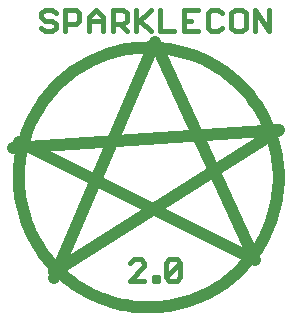
<source format=gto>
G75*
%MOIN*%
%OFA0B0*%
%FSLAX24Y24*%
%IPPOS*%
%LPD*%
%AMOC8*
5,1,8,0,0,1.08239X$1,22.5*
%
%ADD10C,0.0150*%
%ADD11C,0.0400*%
D10*
X004643Y007459D02*
X005116Y007933D01*
X005116Y008051D01*
X004998Y008170D01*
X004761Y008170D01*
X004643Y008051D01*
X004643Y007459D02*
X005116Y007459D01*
X005435Y007459D02*
X005553Y007459D01*
X005553Y007577D01*
X005435Y007577D01*
X005435Y007459D01*
X005830Y007577D02*
X006304Y008051D01*
X006304Y007577D01*
X006186Y007459D01*
X005949Y007459D01*
X005830Y007577D01*
X005830Y008051D01*
X005949Y008170D01*
X006186Y008170D01*
X006304Y008051D01*
X006431Y015774D02*
X006904Y015774D01*
X006668Y016129D02*
X006431Y016129D01*
X006431Y016484D02*
X006431Y015774D01*
X006113Y015774D02*
X005639Y015774D01*
X005639Y016484D01*
X005321Y016484D02*
X004847Y016011D01*
X004965Y016129D02*
X005321Y015774D01*
X004847Y015774D02*
X004847Y016484D01*
X004529Y016366D02*
X004529Y016129D01*
X004410Y016011D01*
X004055Y016011D01*
X004292Y016011D02*
X004529Y015774D01*
X004529Y016366D02*
X004410Y016484D01*
X004055Y016484D01*
X004055Y015774D01*
X003737Y015774D02*
X003737Y016248D01*
X003500Y016484D01*
X003263Y016248D01*
X003263Y015774D01*
X003263Y016129D02*
X003737Y016129D01*
X002945Y016129D02*
X002827Y016011D01*
X002471Y016011D01*
X002471Y015774D02*
X002471Y016484D01*
X002827Y016484D01*
X002945Y016366D01*
X002945Y016129D01*
X002153Y016011D02*
X002153Y015892D01*
X002035Y015774D01*
X001798Y015774D01*
X001679Y015892D01*
X001798Y016129D02*
X002035Y016129D01*
X002153Y016011D01*
X002153Y016366D02*
X002035Y016484D01*
X001798Y016484D01*
X001679Y016366D01*
X001679Y016248D01*
X001798Y016129D01*
X006431Y016484D02*
X006904Y016484D01*
X007223Y016366D02*
X007223Y015892D01*
X007341Y015774D01*
X007578Y015774D01*
X007696Y015892D01*
X007696Y016366D02*
X007578Y016484D01*
X007341Y016484D01*
X007223Y016366D01*
X008014Y016366D02*
X008014Y015892D01*
X008133Y015774D01*
X008370Y015774D01*
X008488Y015892D01*
X008488Y016366D01*
X008370Y016484D01*
X008133Y016484D01*
X008014Y016366D01*
X008806Y016484D02*
X008806Y015774D01*
X009280Y015774D02*
X008806Y016484D01*
X009280Y016484D02*
X009280Y015774D01*
D11*
X005456Y015428D02*
X002110Y007554D01*
X002110Y007750D02*
X009590Y012475D01*
X000732Y011884D01*
X000928Y012081D02*
X008802Y008144D01*
X005456Y015428D01*
X000928Y010900D02*
X000930Y011031D01*
X000936Y011163D01*
X000946Y011294D01*
X000960Y011425D01*
X000978Y011555D01*
X001000Y011684D01*
X001025Y011813D01*
X001055Y011941D01*
X001089Y012068D01*
X001126Y012195D01*
X001167Y012319D01*
X001212Y012443D01*
X001261Y012565D01*
X001313Y012686D01*
X001369Y012804D01*
X001429Y012922D01*
X001492Y013037D01*
X001559Y013150D01*
X001629Y013262D01*
X001702Y013371D01*
X001778Y013477D01*
X001858Y013582D01*
X001941Y013684D01*
X002027Y013783D01*
X002116Y013880D01*
X002208Y013974D01*
X002303Y014065D01*
X002400Y014154D01*
X002500Y014239D01*
X002603Y014321D01*
X002708Y014400D01*
X002815Y014476D01*
X002925Y014548D01*
X003037Y014617D01*
X003151Y014683D01*
X003266Y014745D01*
X003384Y014804D01*
X003503Y014859D01*
X003624Y014911D01*
X003747Y014958D01*
X003871Y015002D01*
X003996Y015043D01*
X004122Y015079D01*
X004250Y015112D01*
X004378Y015140D01*
X004507Y015165D01*
X004637Y015186D01*
X004767Y015203D01*
X004898Y015216D01*
X005029Y015225D01*
X005160Y015230D01*
X005292Y015231D01*
X005423Y015228D01*
X005555Y015221D01*
X005686Y015210D01*
X005816Y015195D01*
X005946Y015176D01*
X006076Y015153D01*
X006204Y015127D01*
X006332Y015096D01*
X006459Y015061D01*
X006585Y015023D01*
X006709Y014981D01*
X006833Y014935D01*
X006954Y014885D01*
X007074Y014832D01*
X007193Y014775D01*
X007310Y014715D01*
X007424Y014651D01*
X007537Y014583D01*
X007648Y014512D01*
X007757Y014438D01*
X007863Y014361D01*
X007967Y014280D01*
X008068Y014197D01*
X008167Y014110D01*
X008263Y014020D01*
X008356Y013927D01*
X008447Y013832D01*
X008534Y013734D01*
X008619Y013633D01*
X008700Y013530D01*
X008778Y013424D01*
X008853Y013316D01*
X008925Y013206D01*
X008993Y013094D01*
X009058Y012980D01*
X009119Y012863D01*
X009177Y012745D01*
X009231Y012625D01*
X009282Y012504D01*
X009329Y012381D01*
X009372Y012257D01*
X009411Y012132D01*
X009447Y012005D01*
X009478Y011877D01*
X009506Y011749D01*
X009530Y011620D01*
X009550Y011490D01*
X009566Y011359D01*
X009578Y011228D01*
X009586Y011097D01*
X009590Y010966D01*
X009590Y010834D01*
X009586Y010703D01*
X009578Y010572D01*
X009566Y010441D01*
X009550Y010310D01*
X009530Y010180D01*
X009506Y010051D01*
X009478Y009923D01*
X009447Y009795D01*
X009411Y009668D01*
X009372Y009543D01*
X009329Y009419D01*
X009282Y009296D01*
X009231Y009175D01*
X009177Y009055D01*
X009119Y008937D01*
X009058Y008820D01*
X008993Y008706D01*
X008925Y008594D01*
X008853Y008484D01*
X008778Y008376D01*
X008700Y008270D01*
X008619Y008167D01*
X008534Y008066D01*
X008447Y007968D01*
X008356Y007873D01*
X008263Y007780D01*
X008167Y007690D01*
X008068Y007603D01*
X007967Y007520D01*
X007863Y007439D01*
X007757Y007362D01*
X007648Y007288D01*
X007537Y007217D01*
X007425Y007149D01*
X007310Y007085D01*
X007193Y007025D01*
X007074Y006968D01*
X006954Y006915D01*
X006833Y006865D01*
X006709Y006819D01*
X006585Y006777D01*
X006459Y006739D01*
X006332Y006704D01*
X006204Y006673D01*
X006076Y006647D01*
X005946Y006624D01*
X005816Y006605D01*
X005686Y006590D01*
X005555Y006579D01*
X005423Y006572D01*
X005292Y006569D01*
X005160Y006570D01*
X005029Y006575D01*
X004898Y006584D01*
X004767Y006597D01*
X004637Y006614D01*
X004507Y006635D01*
X004378Y006660D01*
X004250Y006688D01*
X004122Y006721D01*
X003996Y006757D01*
X003871Y006798D01*
X003747Y006842D01*
X003624Y006889D01*
X003503Y006941D01*
X003384Y006996D01*
X003266Y007055D01*
X003151Y007117D01*
X003037Y007183D01*
X002925Y007252D01*
X002815Y007324D01*
X002708Y007400D01*
X002603Y007479D01*
X002500Y007561D01*
X002400Y007646D01*
X002303Y007735D01*
X002208Y007826D01*
X002116Y007920D01*
X002027Y008017D01*
X001941Y008116D01*
X001858Y008218D01*
X001778Y008323D01*
X001702Y008429D01*
X001629Y008538D01*
X001559Y008650D01*
X001492Y008763D01*
X001429Y008878D01*
X001369Y008996D01*
X001313Y009114D01*
X001261Y009235D01*
X001212Y009357D01*
X001167Y009481D01*
X001126Y009605D01*
X001089Y009732D01*
X001055Y009859D01*
X001025Y009987D01*
X001000Y010116D01*
X000978Y010245D01*
X000960Y010375D01*
X000946Y010506D01*
X000936Y010637D01*
X000930Y010769D01*
X000928Y010900D01*
M02*

</source>
